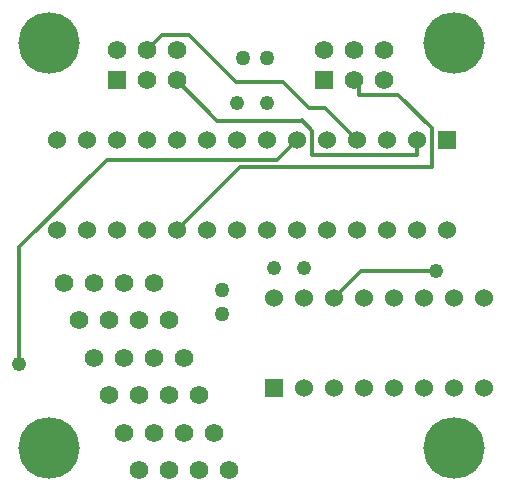
<source format=gbr>
G04 start of page 5 for group 3 idx 3 *
G04 Title: logic, Solder *
G04 Creator: pcb 20091103 *
G04 CreationDate: Tue 04 May 2010 04:01:06 PM GMT UTC *
G04 For: srussell *
G04 Format: Gerber/RS-274X *
G04 PCB-Dimensions: 175000 175000 *
G04 PCB-Coordinate-Origin: lower left *
%MOIN*%
%FSLAX25Y25*%
%LNBACK*%
%ADD11C,0.0140*%
%ADD13C,0.0600*%
%ADD14C,0.0200*%
%ADD15C,0.0490*%
%ADD16C,0.0620*%
%ADD17C,0.0500*%
%ADD18C,0.2050*%
%ADD19C,0.0280*%
%ADD20C,0.0250*%
%ADD21C,0.0380*%
%ADD22C,0.0260*%
%ADD23C,0.1250*%
G54D11*X39068Y116000D02*X96000D01*
X102500Y122500D01*
X10000Y48000D02*Y86932D01*
X39068Y116000D01*
X42500Y92500D02*Y92499D01*
Y92500D02*Y92499D01*
X62500Y92500D02*Y92499D01*
Y92500D02*Y92499D01*
X83400Y113400D02*X62500Y92500D01*
X52500Y152500D02*Y152499D01*
Y152500D02*Y152499D01*
Y152500D02*Y152499D01*
X57501Y157501D02*X52500Y152500D01*
X66552Y157501D02*X57501D01*
X142500Y122500D02*Y117600D01*
X142501D02*X142500D01*
X122500Y122500D02*Y122499D01*
Y122500D02*Y122499D01*
Y122500D01*
X115000Y70000D02*X124000Y79000D01*
X149000D02*X124000D01*
X147400Y113399D02*Y113400D01*
X107400Y117600D02*Y117599D01*
X142500Y117600D02*X107400D01*
X147400Y113400D02*X83400D01*
X136353Y137500D02*X123199D01*
X147400Y126453D02*X136353Y137500D01*
X147400Y113400D02*Y126453D01*
X104056Y129007D02*X107402Y125661D01*
Y117604D01*
X106499Y133251D02*X97799Y141951D01*
X82102D01*
X66552Y157501D02*X80225Y143828D01*
D03*
X82102Y141951D02*X80225Y143828D01*
X62500Y142500D02*X76000Y129000D01*
X104000D01*
X121500Y152500D02*Y152499D01*
Y152500D02*Y152499D01*
X123200Y142500D02*X123199D01*
Y137500D02*Y137499D01*
Y142500D02*Y137500D01*
X121500Y142500D02*X123199D01*
X123200D01*
X121500D02*X123199D01*
X121500D01*
X122500Y122500D02*X111749Y133251D01*
X106499D01*
G54D13*X122500Y122500D03*
X112500D03*
X102500D03*
X92500D03*
G54D14*G36*
X149500Y125500D02*Y119500D01*
X155500D01*
Y125500D01*
X149500D01*
G37*
G54D13*X142500Y122500D03*
X132500D03*
X82500D03*
G54D15*X92500Y135000D03*
G54D14*G36*
X108400Y145600D02*Y139400D01*
X114600D01*
Y145600D01*
X108400D01*
G37*
G54D16*X121500Y142500D03*
X131500D03*
G54D15*X82500Y135000D03*
G54D17*X92500Y150000D03*
X84626D03*
G54D16*X111500Y152500D03*
X121500D03*
X131500D03*
G54D13*X132500Y92500D03*
X142500D03*
X152500D03*
X72500Y122500D03*
G54D16*X80000Y12500D03*
X75000Y25000D03*
X65000D03*
X55000D03*
X45000D03*
X70000Y12500D03*
X60000D03*
X50000D03*
X70000Y37500D03*
X60000D03*
X50000D03*
G54D13*X92500Y92500D03*
X102500D03*
X112500D03*
X122500D03*
G54D15*X95000Y80000D03*
X105000D03*
G54D16*X55000Y75000D03*
Y50000D03*
X50000Y62500D03*
X45000Y75000D03*
Y50000D03*
X40000Y62500D03*
Y37500D03*
X35000Y75000D03*
Y50000D03*
X30000Y62500D03*
X25000Y75000D03*
G54D13*X62500Y92500D03*
X72500D03*
X82500D03*
G54D17*X77500Y64626D03*
Y72500D03*
G54D16*X65000Y50000D03*
X60000Y62500D03*
G54D14*G36*
X92000Y43000D02*Y37000D01*
X98000D01*
Y43000D01*
X92000D01*
G37*
G54D13*X105000Y40000D03*
X115000D03*
X125000D03*
Y70000D03*
X115000D03*
X105000D03*
X95000D03*
X135000Y40000D03*
Y70000D03*
X145000Y40000D03*
X155000D03*
X165000D03*
Y70000D03*
X155000D03*
X145000D03*
X62500Y122500D03*
X52500D03*
X42500D03*
X32500D03*
X22500D03*
Y92500D03*
X32500D03*
X42500D03*
X52500D03*
G54D14*G36*
X39400Y145600D02*Y139400D01*
X45600D01*
Y145600D01*
X39400D01*
G37*
G54D16*X52500Y142500D03*
X62500D03*
X42500Y152500D03*
X52500D03*
X62500D03*
G54D15*X10000Y48000D03*
X149000Y79000D03*
G54D18*X20000Y155000D03*
X155000D03*
X20000Y20000D03*
X155000D03*
G54D19*G54D20*G54D21*G54D20*G54D22*G54D21*G54D19*G54D21*G54D19*G54D20*G54D21*G54D19*G54D22*G54D21*G54D19*G54D21*G54D20*G54D23*M02*

</source>
